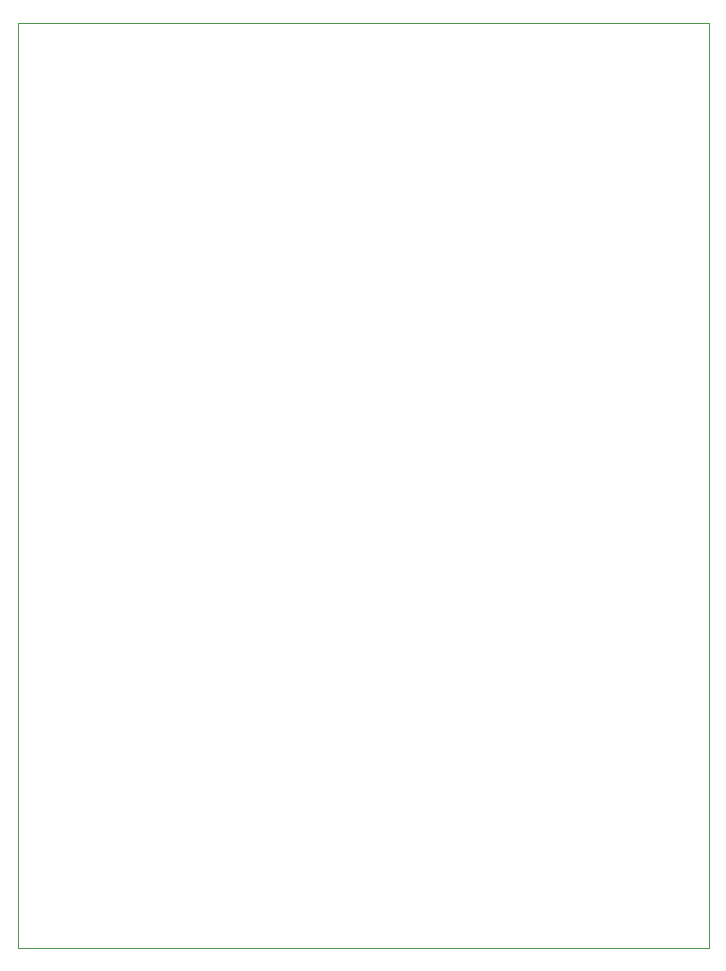
<source format=gbr>
%TF.GenerationSoftware,KiCad,Pcbnew,8.0.7*%
%TF.CreationDate,2026-01-14T22:46:50+09:00*%
%TF.ProjectId,alarm_unit,616c6172-6d5f-4756-9e69-742e6b696361,rev?*%
%TF.SameCoordinates,Original*%
%TF.FileFunction,Profile,NP*%
%FSLAX46Y46*%
G04 Gerber Fmt 4.6, Leading zero omitted, Abs format (unit mm)*
G04 Created by KiCad (PCBNEW 8.0.7) date 2026-01-14 22:46:50*
%MOMM*%
%LPD*%
G01*
G04 APERTURE LIST*
%TA.AperFunction,Profile*%
%ADD10C,0.050000*%
%TD*%
G04 APERTURE END LIST*
D10*
X42000000Y-41000000D02*
X100500000Y-41000000D01*
X100500000Y-119280000D01*
X42000000Y-119280000D01*
X42000000Y-41000000D01*
M02*

</source>
